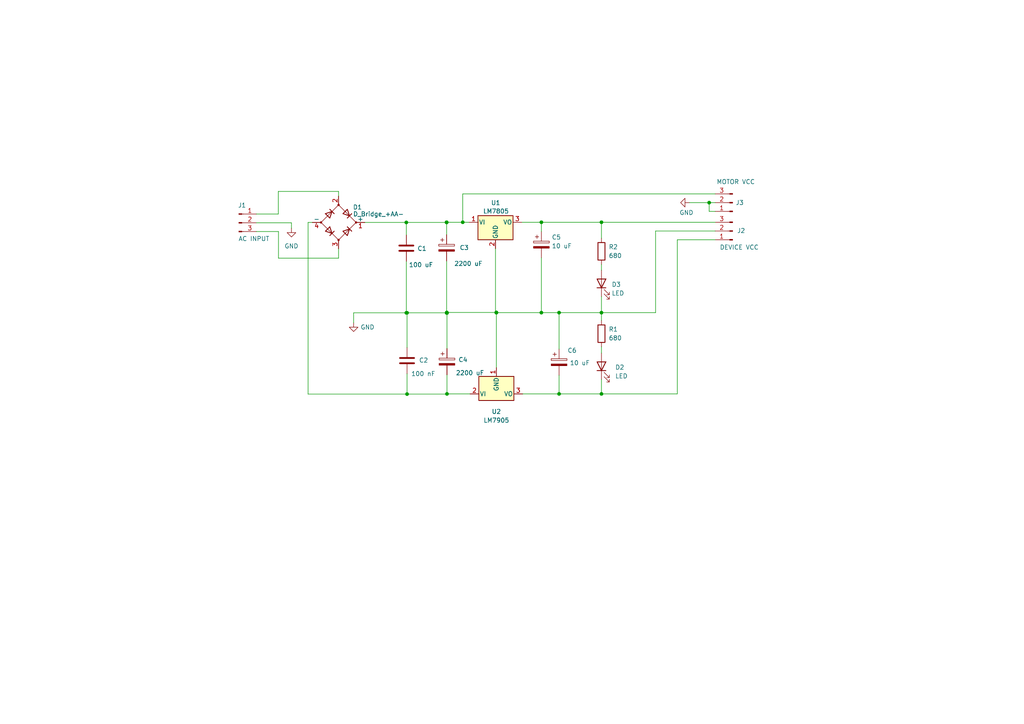
<source format=kicad_sch>
(kicad_sch (version 20211123) (generator eeschema)
  (paper "A4")
  (lib_symbols
    (symbol "Connector:Conn_01x03_Male" (pin_names (offset 1.016) hide)
      (property "Reference" "J" (at 0 5.08 0))
      (property "Value" "Conn_01x03_Male" (at 0 -5.08 0))
      (symbol "Conn_01x03_Male_1_1"
        (polyline (pts (xy 1.27 -2.54) (xy 0.8636 -2.54)) (stroke (width 0.1524)))
        (polyline (pts (xy 1.27 0) (xy 0.8636 0)) (stroke (width 0.1524)))
        (polyline (pts (xy 1.27 2.54) (xy 0.8636 2.54)) (stroke (width 0.1524)))
        (rectangle (start 0.8636 -2.413) (end 0 -2.667) (stroke (width 0.1524)) (fill (type outline)))
        (rectangle (start 0.8636 0.127) (end 0 -0.127) (stroke (width 0.1524)) (fill (type outline)))
        (rectangle (start 0.8636 2.667) (end 0 2.413) (stroke (width 0.1524)) (fill (type outline)))
        (pin passive line (at 5.08 2.54 180) (length 3.81) (name "Pin_1") (number "1"))
        (pin passive line (at 5.08 0 180) (length 3.81) (name "Pin_2") (number "2"))
        (pin passive line (at 5.08 -2.54 180) (length 3.81) (name "Pin_3") (number "3"))
      )
    )
    (symbol "Device:C" (pin_numbers hide) (pin_names (offset 0.254))
      (property "Reference" "C" (at 0.635 2.54 0))
      (property "Value" "C" (at 0.635 -2.54 0))
      (symbol "C_0_1"
        (polyline (pts (xy -2.032 -0.762) (xy 2.032 -0.762)) (stroke (width 0.508)))
        (polyline (pts (xy -2.032 0.762) (xy 2.032 0.762)) (stroke (width 0.508)))
      )
      (symbol "C_1_1"
        (pin passive line (at 0 3.81 270) (length 2.794) (name "~") (number "1"))
        (pin passive line (at 0 -3.81 90) (length 2.794) (name "~") (number "2"))
      )
    )
    (symbol "Device:C_Polarized" (pin_numbers hide) (pin_names (offset 0.254))
      (property "Reference" "C" (at 0.635 2.54 0))
      (property "Value" "C_Polarized" (at 0.635 -2.54 0))
      (symbol "C_Polarized_0_1"
        (rectangle (start -2.286 0.508) (end 2.286 1.016))
        (polyline (pts (xy -1.778 2.286) (xy -0.762 2.286)))
        (polyline (pts (xy -1.27 2.794) (xy -1.27 1.778)))
        (rectangle (start 2.286 -0.508) (end -2.286 -1.016) (fill (type outline)))
      )
      (symbol "C_Polarized_1_1"
        (pin passive line (at 0 3.81 270) (length 2.794) (name "~") (number "1"))
        (pin passive line (at 0 -3.81 90) (length 2.794) (name "~") (number "2"))
      )
    )
    (symbol "Device:D_Bridge_+AA-" (pin_names (offset 0))
      (property "Reference" "D" (at 2.54 6.985 0))
      (property "Value" "D_Bridge_+AA-" (at 2.54 5.08 0))
      (symbol "D_Bridge_+AA-_0_1"
        (circle (center -5.08 0) (radius 0.254) (fill (type outline)))
        (circle (center 0 -5.08) (radius 0.254) (fill (type outline)))
        (polyline (pts (xy -2.54 3.81) (xy -1.27 2.54)) (stroke (width 0.254)))
        (polyline (pts (xy -1.27 -2.54) (xy -2.54 -3.81)) (stroke (width 0.254)))
        (polyline (pts (xy 2.54 -1.27) (xy 3.81 -2.54)) (stroke (width 0.254)))
        (polyline (pts (xy 2.54 1.27) (xy 3.81 2.54)) (stroke (width 0.254)))
        (polyline (pts (xy -3.81 2.54) (xy -2.54 1.27) (xy -1.905 3.175) (xy -3.81 2.54)) (stroke (width 0.254)))
        (polyline (pts (xy -2.54 -1.27) (xy -3.81 -2.54) (xy -1.905 -3.175) (xy -2.54 -1.27)) (stroke (width 0.254)))
        (polyline (pts (xy 1.27 2.54) (xy 2.54 3.81) (xy 3.175 1.905) (xy 1.27 2.54)) (stroke (width 0.254)))
        (polyline (pts (xy 3.175 -1.905) (xy 1.27 -2.54) (xy 2.54 -3.81) (xy 3.175 -1.905)) (stroke (width 0.254)))
        (polyline (pts (xy -5.08 0) (xy 0 -5.08) (xy 5.08 0) (xy 0 5.08) (xy -5.08 0)))
        (circle (center 0 5.08) (radius 0.254) (fill (type outline)))
        (circle (center 5.08 0) (radius 0.254) (fill (type outline)))
      )
      (symbol "D_Bridge_+AA-_1_1"
        (pin passive line (at 7.62 0 180) (length 2.54) (name "+") (number "1"))
        (pin passive line (at 0 7.62 270) (length 2.54) (name "~") (number "2"))
        (pin passive line (at 0 -7.62 90) (length 2.54) (name "~") (number "3"))
        (pin passive line (at -7.62 0 0) (length 2.54) (name "-") (number "4"))
      )
    )
    (symbol "Device:LED" (pin_numbers hide) (pin_names (offset 1.016) hide)
      (property "Reference" "D" (at 0 2.54 0))
      (property "Value" "LED" (at 0 -2.54 0))
      (symbol "LED_0_1"
        (polyline (pts (xy -1.27 -1.27) (xy -1.27 1.27)) (stroke (width 0.254)))
        (polyline (pts (xy -1.27 0) (xy 1.27 0)))
        (polyline (pts (xy 1.27 -1.27) (xy 1.27 1.27) (xy -1.27 0) (xy 1.27 -1.27)) (stroke (width 0.254)))
        (polyline (pts (xy -3.048 -0.762) (xy -4.572 -2.286) (xy -3.81 -2.286) (xy -4.572 -2.286) (xy -4.572 -1.524)))
        (polyline (pts (xy -1.778 -0.762) (xy -3.302 -2.286) (xy -2.54 -2.286) (xy -3.302 -2.286) (xy -3.302 -1.524)))
      )
      (symbol "LED_1_1"
        (pin passive line (at -3.81 0 0) (length 2.54) (name "K") (number "1"))
        (pin passive line (at 3.81 0 180) (length 2.54) (name "A") (number "2"))
      )
    )
    (symbol "Device:R" (pin_numbers hide) (pin_names (offset 0))
      (property "Reference" "R" (at 2.032 0 90))
      (property "Value" "R" (at 0 0 90))
      (symbol "R_0_1"
        (rectangle (start -1.016 -2.54) (end 1.016 2.54) (stroke (width 0.254)))
      )
      (symbol "R_1_1"
        (pin passive line (at 0 3.81 270) (length 1.27) (name "~") (number "1"))
        (pin passive line (at 0 -3.81 90) (length 1.27) (name "~") (number "2"))
      )
    )
    (symbol "Regulator_Linear:LM7805_TO220" (pin_names (offset 0.254))
      (property "Reference" "U" (at -3.81 3.175 0))
      (property "Value" "LM7805_TO220" (at 0 3.175 0))
      (symbol "LM7805_TO220_0_1"
        (rectangle (start -5.08 1.905) (end 5.08 -5.08) (stroke (width 0.254)) (fill (type background)))
      )
      (symbol "LM7805_TO220_1_1"
        (pin power_in line (at -7.62 0 0) (length 2.54) (name "VI") (number "1"))
        (pin power_in line (at 0 -7.62 90) (length 2.54) (name "GND") (number "2"))
        (pin power_out line (at 7.62 0 180) (length 2.54) (name "VO") (number "3"))
      )
    )
    (symbol "Regulator_Linear:LM7905_TO220" (pin_names (offset 0.254))
      (property "Reference" "U" (at -3.81 -3.175 0))
      (property "Value" "LM7905_TO220" (at 0 -3.175 0))
      (symbol "LM7905_TO220_0_1"
        (rectangle (start -5.08 5.08) (end 5.08 -1.905) (stroke (width 0.254)) (fill (type background)))
      )
      (symbol "LM7905_TO220_1_1"
        (pin power_in line (at 0 7.62 270) (length 2.54) (name "GND") (number "1"))
        (pin power_in line (at -7.62 0 0) (length 2.54) (name "VI") (number "2"))
        (pin power_out line (at 7.62 0 180) (length 2.54) (name "VO") (number "3"))
      )
    )
    (symbol "power:GND" (power) (pin_names (offset 0))
      (property "Value" "GND" (at 0 -3.81 0))
      (symbol "GND_0_1"
        (polyline (pts (xy 0 0) (xy 0 -1.27) (xy 1.27 -1.27) (xy 0 -2.54) (xy -1.27 -1.27) (xy 0 -1.27)))
      )
      (symbol "GND_1_1"
        (pin power_in line (at 0 0 270) (length 0) hide (name "GND") (number "1"))
      )
    )
  )
  (junction (at 162.1536 114.2492))
  (junction (at 205.6892 58.7756))
  (junction (at 117.856 64.516))
  (junction (at 129.5908 90.7288))
  (junction (at 118.0592 114.3))
  (junction (at 129.54 64.516))
  (junction (at 174.4472 64.4652))
  (junction (at 174.4472 90.678))
  (junction (at 129.6416 90.7796))
  (junction (at 162.1536 90.678))
  (junction (at 143.9672 90.678))
  (junction (at 129.54 64.4652))
  (junction (at 157.0228 90.678))
  (junction (at 117.856 90.7288))
  (junction (at 134.2136 64.4652))
  (junction (at 174.4472 114.2492))
  (junction (at 157.0228 64.4652))
  (junction (at 143.9672 90.6272))
  (junction (at 129.54 90.7288))
  (junction (at 129.5908 90.6272))
  (junction (at 129.6416 114.2492))
  (junction (at 118.0592 90.7288))
  (wire (pts (xy 157.0228 64.4652) (xy 174.4472 64.4652)))
  (wire (pts (xy 162.1536 108.8644) (xy 162.1536 114.2492)))
  (wire (pts (xy 174.4472 90.678) (xy 174.4472 92.964)))
  (wire (pts (xy 117.856 75.7936) (xy 117.856 90.7288)))
  (wire (pts (xy 174.4472 86.0044) (xy 174.4472 90.678)))
  (wire (pts (xy 151.5872 114.2492) (xy 162.1536 114.2492)))
  (wire (pts (xy 129.54 64.516) (xy 129.54 68.072)))
  (wire (pts (xy 80.7212 62.0776) (xy 74.3712 62.0776)))
  (wire (pts (xy 80.7212 55.5244) (xy 80.7212 62.0776)))
  (wire (pts (xy 90.5764 64.516) (xy 89.3572 64.516)))
  (wire (pts (xy 174.4472 76.708) (xy 174.4472 78.3844)))
  (wire (pts (xy 162.1536 90.678) (xy 174.4472 90.678)))
  (wire (pts (xy 196.4436 69.5452) (xy 207.4164 69.5452)))
  (wire (pts (xy 98.1964 72.136) (xy 98.1964 74.8792)))
  (wire (pts (xy 174.4472 114.2492) (xy 196.4436 114.2492)))
  (wire (pts (xy 196.4436 114.2492) (xy 196.4436 69.5452)))
  (wire (pts (xy 80.772 67.1576) (xy 74.3712 67.1576)))
  (wire (pts (xy 190.1444 67.0052) (xy 190.1444 90.678)))
  (wire (pts (xy 143.9672 90.6272) (xy 129.5908 90.6272)))
  (wire (pts (xy 98.1964 74.8792) (xy 80.772 74.8792)))
  (wire (pts (xy 207.4164 56.2356) (xy 134.2136 56.2356)))
  (wire (pts (xy 129.54 75.692) (xy 129.54 90.7288)))
  (wire (pts (xy 157.0228 90.678) (xy 162.1536 90.678)))
  (wire (pts (xy 151.3332 64.4652) (xy 157.0228 64.4652)))
  (wire (pts (xy 174.4472 64.4652) (xy 174.4472 69.088)))
  (wire (pts (xy 98.1964 55.5244) (xy 80.7212 55.5244)))
  (wire (pts (xy 129.54 64.4652) (xy 129.54 64.516)))
  (wire (pts (xy 143.9672 90.678) (xy 157.0228 90.678)))
  (wire (pts (xy 117.856 90.7288) (xy 118.0592 90.7288)))
  (wire (pts (xy 98.1964 56.896) (xy 98.1964 55.5244)))
  (wire (pts (xy 105.8164 64.516) (xy 117.856 64.516)))
  (wire (pts (xy 129.6416 90.7796) (xy 129.6416 101.092)))
  (wire (pts (xy 129.6416 114.2492) (xy 136.3472 114.2492)))
  (wire (pts (xy 207.4164 61.3156) (xy 205.6892 61.3156)))
  (wire (pts (xy 174.4472 64.4652) (xy 207.4164 64.4652)))
  (wire (pts (xy 162.1536 114.2492) (xy 174.4472 114.2492)))
  (wire (pts (xy 129.54 64.4652) (xy 134.2136 64.4652)))
  (wire (pts (xy 199.9488 58.7756) (xy 205.6892 58.7756)))
  (wire (pts (xy 89.3572 64.516) (xy 89.3572 114.3)))
  (wire (pts (xy 205.6892 61.3156) (xy 205.6892 58.7756)))
  (wire (pts (xy 129.6416 108.712) (xy 129.6416 114.2492)))
  (wire (pts (xy 84.5312 64.6176) (xy 74.3712 64.6176)))
  (wire (pts (xy 134.2136 64.4652) (xy 136.0932 64.4652)))
  (wire (pts (xy 174.4472 90.678) (xy 190.1444 90.678)))
  (wire (pts (xy 190.1444 67.0052) (xy 207.4164 67.0052)))
  (wire (pts (xy 118.0592 90.7288) (xy 129.54 90.7288)))
  (wire (pts (xy 102.5652 90.7288) (xy 102.5652 93.6244)))
  (wire (pts (xy 102.5652 90.7288) (xy 117.856 90.7288)))
  (wire (pts (xy 118.0592 114.3) (xy 129.6416 114.3)))
  (wire (pts (xy 162.1536 101.2444) (xy 162.1536 90.678)))
  (wire (pts (xy 157.0228 74.7776) (xy 157.0228 90.678)))
  (wire (pts (xy 143.7132 72.0852) (xy 143.7132 90.678)))
  (wire (pts (xy 117.856 64.516) (xy 129.54 64.516)))
  (wire (pts (xy 134.2136 56.2356) (xy 134.2136 64.4652)))
  (wire (pts (xy 174.4472 100.584) (xy 174.4472 102.4128)))
  (wire (pts (xy 80.772 74.8792) (xy 80.772 67.1576)))
  (wire (pts (xy 205.6892 58.7756) (xy 207.4164 58.7756)))
  (wire (pts (xy 157.0228 64.4652) (xy 157.0228 67.1576)))
  (wire (pts (xy 143.9672 90.678) (xy 143.9672 106.6292)))
  (wire (pts (xy 129.5908 90.6272) (xy 129.5908 90.7288)))
  (wire (pts (xy 143.7132 90.678) (xy 143.9672 90.678)))
  (wire (pts (xy 117.856 64.516) (xy 117.856 68.1736)))
  (wire (pts (xy 174.4472 110.0328) (xy 174.4472 114.2492)))
  (wire (pts (xy 129.6416 114.2492) (xy 129.6416 114.3)))
  (wire (pts (xy 84.5312 66.1924) (xy 84.5312 64.6176)))
  (wire (pts (xy 118.0592 108.4072) (xy 118.0592 114.3)))
  (wire (pts (xy 89.3572 114.3) (xy 118.0592 114.3)))
  (wire (pts (xy 118.0592 90.7288) (xy 118.0592 100.7872)))
  (symbol (lib_id "Device:C_Polarized") (at 129.54 71.882 0) (unit 1)
    (property "Reference" "C3" (at 133.2992 71.8312 0) (effects (justify left)))
    (property "Value" "2200 uF" (at 131.7244 76.454 0) (effects (justify left)))
    (property "Footprint" "Capacitor_THT:CP_Radial_D10.0mm_P5.00mm" (effects hide))
  )
  (symbol (lib_id "Device:C_Polarized") (at 162.1536 105.0544 0) (unit 1)
    (property "Reference" "C6" (at 164.592 101.6508 0) (effects (justify left)))
    (property "Value" "10 uF" (at 165.2524 105.2576 0) (effects (justify left)))
    (property "Footprint" "Capacitor_THT:CP_Radial_D10.0mm_P5.00mm" (effects hide))
  )
  (symbol (lib_id "Connector:Conn_01x03_Male") (at 212.4964 67.0052 180) (unit 1)
    (property "Reference" "J2" (at 213.7664 66.9036 0) (effects (justify right)))
    (property "Value" "DEVICE VCC" (at 208.7372 71.7296 0) (effects (justify right)))
    (property "Footprint" "Connector_Phoenix_MC_HighVoltage:PhoenixContact_MCV_1,5_3-G-5.08_1x03_P5.08mm_Vertical" (effects hide))
  )
  (symbol (lib_id "power:GND") (at 102.5652 93.6244 0) (unit 1)
    (property "Reference" "#PWR02" (effects hide))
    (property "Value" "GND" (at 104.5464 94.8943 0) (effects (justify left)))
  )
  (symbol (lib_id "Device:LED") (at 174.4472 106.2228 90) (unit 1)
    (property "Reference" "D2" (at 178.4096 106.5402 90) (effects (justify right)))
    (property "Value" "LED" (at 178.4096 109.0802 90) (effects (justify right)))
    (property "Footprint" "LED_THT:LED_D3.0mm_FlatTop" (effects hide))
  )
  (symbol (lib_id "power:GND") (at 199.9488 58.7756 270) (unit 1)
    (property "Reference" "#PWR03" (effects hide))
    (property "Value" "GND" (at 197.0532 61.6712 90) (effects (justify left)))
  )
  (symbol (lib_id "Device:C_Polarized") (at 157.0228 70.9676 0) (unit 1)
    (property "Reference" "C5" (at 160.02 68.8085 0) (effects (justify left)))
    (property "Value" "10 uF" (at 160.02 71.3485 0) (effects (justify left)))
    (property "Footprint" "Capacitor_THT:CP_Radial_D10.0mm_P5.00mm" (effects hide))
  )
  (symbol (lib_id "Connector:Conn_01x03_Male") (at 69.2912 64.6176 0) (unit 1)
    (property "Reference" "J1" (at 70.2056 59.5376 0))
    (property "Value" "AC INPUT" (at 73.66 69.2404 0))
    (property "Footprint" "Connector_Phoenix_MC_HighVoltage:PhoenixContact_MCV_1,5_3-G-5.08_1x03_P5.08mm_Vertical" (effects hide))
  )
  (symbol (lib_id "Device:C") (at 117.856 71.9836 0) (unit 1)
    (property "Reference" "C1" (at 121.0564 72.0852 0) (effects (justify left)))
    (property "Value" "100 uF" (at 118.5672 76.8096 0) (effects (justify left)))
    (property "Footprint" "Capacitor_THT:CP_Radial_D10.0mm_P3.50mm" (effects hide))
  )
  (symbol (lib_id "Device:C_Polarized") (at 129.6416 104.902 0) (unit 1)
    (property "Reference" "C4" (at 132.9436 104.3432 0) (effects (justify left)))
    (property "Value" "2200 uF" (at 132.1816 108.1532 0) (effects (justify left)))
    (property "Footprint" "Capacitor_THT:CP_Radial_D10.0mm_P5.00mm" (effects hide))
  )
  (symbol (lib_id "Connector:Conn_01x03_Male") (at 212.4964 58.7756 180) (unit 1)
    (property "Reference" "J3" (at 213.36 58.7756 0) (effects (justify right)))
    (property "Value" "MOTOR VCC" (at 207.8228 52.7304 0) (effects (justify right)))
    (property "Footprint" "Connector_Phoenix_MC_HighVoltage:PhoenixContact_MCV_1,5_3-G-5.08_1x03_P5.08mm_Vertical" (effects hide))
  )
  (symbol (lib_id "Device:R") (at 174.4472 96.774 0) (unit 1)
    (property "Reference" "R1" (at 176.53 95.5039 0) (effects (justify left)))
    (property "Value" "680" (at 176.53 98.0439 0) (effects (justify left)))
    (property "Footprint" "Resistor_THT:R_Axial_DIN0309_L9.0mm_D3.2mm_P12.70mm_Horizontal" (effects hide))
  )
  (symbol (lib_id "power:GND") (at 84.5312 66.1924 0) (unit 1)
    (property "Reference" "#PWR01" (effects hide))
    (property "Value" "GND" (at 84.5312 71.374 0))
  )
  (symbol (lib_id "Regulator_Linear:LM7905_TO220") (at 143.9672 114.2492 0) (unit 1)
    (property "Reference" "U2" (at 143.9672 119.38 0))
    (property "Value" "LM7905" (at 143.9672 121.92 0))
    (property "Footprint" "Package_TO_SOT_THT:TO-220-3_Vertical" (effects hide))
    (property "Datasheet" "https://www.onsemi.com/pub/Collateral/MC7900-D.PDF" (effects hide))
  )
  (symbol (lib_id "Device:D_Bridge_+AA-") (at 98.1964 64.516 0) (unit 1)
    (property "Reference" "D1" (at 103.6828 60.0964 0))
    (property "Value" "D_Bridge_+AA-" (at 109.7788 62.0776 0))
    (property "Footprint" "Diode_THT:Diode_Bridge_19.0x3.5x10.0mm_P5.0mm" (effects hide))
  )
  (symbol (lib_id "Device:R") (at 174.4472 72.898 0) (unit 1)
    (property "Reference" "R2" (at 176.53 71.6279 0) (effects (justify left)))
    (property "Value" "680 " (at 176.53 74.1679 0) (effects (justify left)))
    (property "Footprint" "Resistor_THT:R_Axial_DIN0309_L9.0mm_D3.2mm_P12.70mm_Horizontal" (effects hide))
  )
  (symbol (lib_id "Device:C") (at 118.0592 104.5972 0) (unit 1)
    (property "Reference" "C2" (at 121.5136 104.4956 0) (effects (justify left)))
    (property "Value" "100 nF" (at 119.2276 108.4072 0) (effects (justify left)))
    (property "Footprint" "Capacitor_THT:CP_Radial_D10.0mm_P3.50mm" (effects hide))
  )
  (symbol (lib_id "Regulator_Linear:LM7805_TO220") (at 143.7132 64.4652 0) (unit 1)
    (property "Reference" "U1" (at 143.764 58.8264 0))
    (property "Value" "LM7805" (at 143.8656 61.2648 0))
    (property "Footprint" "Package_TO_SOT_THT:TO-220-3_Vertical" (effects hide))
    (property "Datasheet" "https://www.onsemi.cn/PowerSolutions/document/MC7800-D.PDF" (effects hide))
  )
  (symbol (lib_id "Device:LED") (at 174.4472 82.1944 90) (unit 1)
    (property "Reference" "D3" (at 177.3936 82.5118 90) (effects (justify right)))
    (property "Value" "LED" (at 177.3936 85.0518 90) (effects (justify right)))
    (property "Footprint" "LED_THT:LED_D3.0mm_FlatTop" (effects hide))
  )
)
</source>
